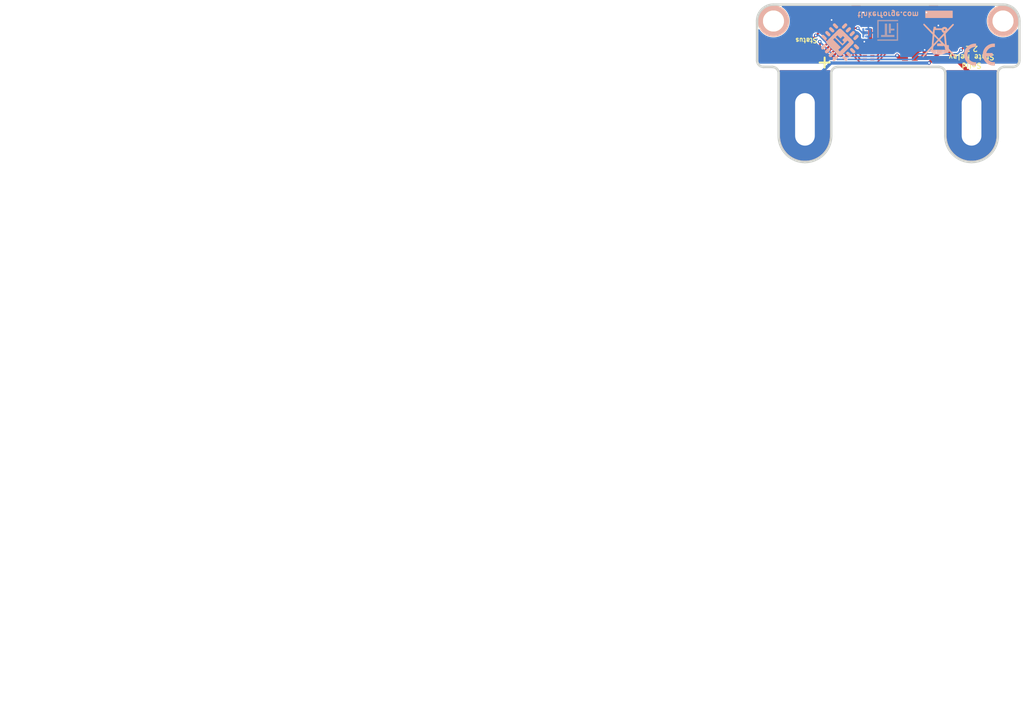
<source format=kicad_pcb>
(kicad_pcb (version 20240108) (generator "pcbnew") (generator_version "8.0")
  (title_block (title "Solid State Relay Bricklet") (date "2025-05-20") (rev "2.2") (company "Tinkerforge GmbH") (comment 1 "Licensed under CERN OHL v.1.1") (comment 2 "Copyright (©) 2025, T.Schneidermann <tim@tinkerforge.com>"))
  (layers (0 "F.Cu" mixed "Vorderseite") (31 "B.Cu" signal "Rückseite") (34 "B.Paste" user) (35 "F.Paste" user) (36 "B.SilkS" user "B.Silkscreen") (37 "F.SilkS" user "F.Silkscreen") (38 "B.Mask" user) (39 "F.Mask" user) (44 "Edge.Cuts" user))
  (net 0 "")
  (net 1 "+5V")
  (net 2 "GND")
  (net 3 "VCC")
  (net 4 "Net-(P1-Pad4)")
  (net 5 "Net-(P1-Pad5)")
  (net 6 "Net-(P1-Pad6)")
  (net 7 "Net-(C1-Pad1)")
  (net 8 "Net-(D1-Pad2)")
  (net 9 "Net-(P5-Pad2)")
  (net 10 "SSR")
  (net 11 "Net-(R3-Pad1)")
  (net 12 "S-MISO")
  (net 13 "S-MOSI")
  (net 14 "S-CLK")
  (net 15 "S-CS")
  (net 31 "Net-(Q1-PadD)")
  (footprint "kicad-libraries:Fiducial_Mark" (layer "F.Cu") (at 135.3 94.6 -90)
    (property "Reference" "Fiducial_Mark" (hide yes))
    (property "Value" "VAL**" (hide yes))
    (pad "1" smd circle (at 0 0 270) (size 1.00076 1.00076) (layers "F.Cu" "F.Paste" "F.Mask") (clearance 0.65024))
  )
  (footprint "kicad-libraries:C0805" (layer "F.Cu") (at 154 94.2)
    (property "Reference" "C2")
    (property "Value" "10uF")
    (pad "1" smd rect (at -1.00076 0) (size 1.00076 1.24968) (layers "F.Cu" "F.Paste" "F.Mask") (net 3 "VCC") (clearance 0.14986))
    (pad "2" smd rect (at 1.00076 0) (size 1.00076 1.24968) (layers "F.Cu" "F.Paste" "F.Mask") (net 2 "GND") (clearance 0.14986))
  )
  (footprint "kicad-libraries:C0603F" (layer "F.Cu") (at 153.8 95.7)
    (property "Reference" "C3")
    (property "Value" "1uF")
    (pad "1" smd rect (at -0.75 0) (size 0.9 0.9) (layers "F.Cu" "F.Paste" "F.Mask") (net 3 "VCC"))
    (pad "2" smd rect (at 0.75 0) (size 0.9 0.9) (layers "F.Cu" "F.Paste" "F.Mask") (net 2 "GND"))
  )
  (footprint "kicad-libraries:C0603F" (layer "F.Cu") (at 140.8 91 45)
    (property "Reference" "C4")
    (property "Value" "100nF")
    (pad "1" smd rect (at -0.75 0 45) (size 0.9 0.9) (layers "F.Cu" "F.Paste" "F.Mask") (net 3 "VCC"))
    (pad "2" smd rect (at 0.75 0 45) (size 0.9 0.9) (layers "F.Cu" "F.Paste" "F.Mask") (net 2 "GND"))
  )
  (footprint "kicad-libraries:CON-SENSOR2" (layer "F.Cu") (at 151.5 87.6 180)
    (property "Reference" "P1")
    (property "Value" "CON-SENSOR2")
    (pad "1" smd rect (at -3.75 -4.6 180) (size 0.6 1.8) (layers "F.Cu" "F.Paste" "F.Mask") (net 1 "+5V"))
    (pad "2" smd rect (at -2.5 -4.6 180) (size 0.6 1.8) (layers "F.Cu" "F.Paste" "F.Mask") (net 2 "GND"))
    (pad "3" smd rect (at -1.25 -4.6 180) (size 0.6 1.8) (layers "F.Cu" "F.Paste" "F.Mask") (net 3 "VCC"))
    (pad "4" smd rect (at 0 -4.6 180) (size 0.6 1.8) (layers "F.Cu" "F.Paste" "F.Mask") (net 4 "Net-(P1-Pad4)"))
    (pad "5" smd rect (at 1.25 -4.6 180) (size 0.6 1.8) (layers "F.Cu" "F.Paste" "F.Mask") (net 5 "Net-(P1-Pad5)"))
    (pad "6" smd rect (at 2.5 -4.6 180) (size 0.6 1.8) (layers "F.Cu" "F.Paste" "F.Mask") (net 6 "Net-(P1-Pad6)"))
    (pad "7" smd rect (at 3.75 -4.6 180) (size 0.6 1.8) (layers "F.Cu" "F.Paste" "F.Mask") (net 7 "Net-(C1-Pad1)"))
    (pad "EP" smd rect (at -5.9 -1.2 180) (size 1.4 2.4) (layers "F.Cu" "F.Paste" "F.Mask") (net 2 "GND"))
    (pad "EP" smd rect (at 5.9 -1.2 180) (size 1.4 2.4) (layers "F.Cu" "F.Paste" "F.Mask") (net 2 "GND"))
  )
  (footprint "kicad-libraries:Drill" (layer "F.Cu") (at 163.2 105.1)
    (property "Reference" "P3" (hide yes))
    (property "Value" "TST" (hide yes))
    (pad "1" thru_hole oval (at 0 0) (size 4.7 9.7) (drill oval 3 8) (layers "*.Cu" "*.Mask" "In1.Cu" "In2.Cu" "In3.Cu" "In4.Cu" "In5.Cu" "In6.Cu" "In7.Cu" "In8.Cu" "In9.Cu" "In10.Cu" "In11.Cu" "In12.Cu" "In13.Cu" "In14.Cu" "In15.Cu" "In16.Cu" "In17.Cu" "In18.Cu" "In19.Cu" "In20.Cu" "In21.Cu" "In22.Cu" "In23.Cu" "In24.Cu" "In25.Cu" "In26.Cu" "In27.Cu" "In28.Cu" "In29.Cu" "In30.Cu") (net 31 "Net-(Q1-PadD)"))
  )
  (footprint "kicad-libraries:Drill" (layer "F.Cu") (at 137.8 105.1)
    (property "Reference" "P2" (hide yes))
    (property "Value" "TST" (hide yes))
    (pad "1" thru_hole oval (at 0 0) (size 4.7 9.7) (drill oval 3 8) (layers "*.Cu" "*.Mask" "In1.Cu" "In2.Cu" "In3.Cu" "In4.Cu" "In5.Cu" "In6.Cu" "In7.Cu" "In8.Cu" "In9.Cu" "In10.Cu" "In11.Cu" "In12.Cu" "In13.Cu" "In14.Cu" "In15.Cu" "In16.Cu" "In17.Cu" "In18.Cu" "In19.Cu" "In20.Cu" "In21.Cu" "In22.Cu" "In23.Cu" "In24.Cu" "In25.Cu" "In26.Cu" "In27.Cu" "In28.Cu" "In29.Cu" "In30.Cu") (net 1 "+5V"))
  )
  (footprint "kicad-libraries:SOT23GDS" (layer "F.Cu") (at 159.9 91.8)
    (property "Reference" "Q1")
    (property "Value" "2N7002P")
    (pad "D" smd rect (at 0 1.016) (size 0.9144 0.9144) (layers "F.Cu" "F.Paste" "F.Mask") (net 31 "Net-(Q1-PadD)"))
    (pad "G" smd rect (at 0.889 -1.016) (size 0.9144 0.9144) (layers "F.Cu" "F.Paste" "F.Mask") (net 10 "SSR"))
    (pad "S" smd rect (at -0.889 -1.016) (size 0.9144 0.9144) (layers "F.Cu" "F.Paste" "F.Mask") (net 2 "GND"))
  )
  (footprint "kicad-libraries:R0603F" (layer "F.Cu") (at 138 95.7 180)
    (property "Reference" "R3")
    (property "Value" "1k")
    (pad "1" smd rect (at -0.75 0 180) (size 0.9 0.9) (layers "F.Cu" "F.Paste" "F.Mask") (net 11 "Net-(R3-Pad1)"))
    (pad "2" smd rect (at 0.75 0 180) (size 0.9 0.9) (layers "F.Cu" "F.Paste" "F.Mask") (net 8 "Net-(D1-Pad2)"))
  )
  (footprint "kicad-libraries:4X0402" (layer "F.Cu") (at 147.5 95.7 90)
    (property "Reference" "RP1")
    (property "Value" "82")
    (pad "1" smd rect (at -0.7493 0.575 270) (size 0.29972 0.65) (layers "F.Cu" "F.Paste" "F.Mask") (net 4 "Net-(P1-Pad4)"))
    (pad "2" smd rect (at -0.24892 0.575 270) (size 0.29972 0.65) (layers "F.Cu" "F.Paste" "F.Mask") (net 5 "Net-(P1-Pad5)"))
    (pad "3" smd rect (at 0.24892 0.575 270) (size 0.29972 0.65) (layers "F.Cu" "F.Paste" "F.Mask") (net 6 "Net-(P1-Pad6)"))
    (pad "4" smd rect (at 0.7493 0.575 270) (size 0.29972 0.65) (layers "F.Cu" "F.Paste" "F.Mask") (net 7 "Net-(C1-Pad1)"))
    (pad "5" smd rect (at 0.7493 -0.575 90) (size 0.29972 0.65) (layers "F.Cu" "F.Paste" "F.Mask") (net 12 "S-MISO"))
    (pad "6" smd rect (at 0.24892 -0.575 90) (size 0.29972 0.65) (layers "F.Cu" "F.Paste" "F.Mask") (net 13 "S-MOSI"))
    (pad "7" smd rect (at -0.24892 -0.575 90) (size 0.29972 0.65) (layers "F.Cu" "F.Paste" "F.Mask") (net 14 "S-CLK"))
    (pad "8" smd rect (at -0.7493 -0.575 90) (size 0.29972 0.65) (layers "F.Cu" "F.Paste" "F.Mask") (net 15 "S-CS"))
  )
  (footprint "kicad-libraries:QFN24-4x4mm-0.5mm" (layer "F.Cu") (at 143.2 93.3 -135)
    (property "Reference" "U1")
    (property "Value" "XMC110024")
    (pad "1" smd oval (at -2.025 -1.25 225) (size 1 0.3) (layers "F.Cu" "F.Paste" "F.Mask") (net 12 "S-MISO"))
    (pad "2" smd oval (at -2.025 -0.75 225) (size 1 0.3) (layers "F.Cu" "F.Paste" "F.Mask"))
    (pad "3" smd oval (at -2.025 -0.25 225) (size 1 0.3) (layers "F.Cu" "F.Paste" "F.Mask"))
    (pad "4" smd oval (at -2.025 0.25 225) (size 1 0.3) (layers "F.Cu" "F.Paste" "F.Mask") (net 9 "Net-(P5-Pad2)"))
    (pad "5" smd oval (at -2.025 0.75 225) (size 1 0.3) (layers "F.Cu" "F.Paste" "F.Mask"))
    (pad "6" smd oval (at -2.025 1.25 225) (size 1 0.3) (layers "F.Cu" "F.Paste" "F.Mask"))
    (pad "7" smd oval (at -1.25 2.025 315) (size 1 0.3) (layers "F.Cu" "F.Paste" "F.Mask"))
    (pad "8" smd oval (at -0.75 2.025 315) (size 1 0.3) (layers "F.Cu" "F.Paste" "F.Mask"))
    (pad "9" smd oval (at -0.25 2.025 315) (size 1 0.3) (layers "F.Cu" "F.Paste" "F.Mask") (net 2 "GND"))
    (pad "10" smd oval (at 0.25 2.025 315) (size 1 0.3) (layers "F.Cu" "F.Paste" "F.Mask") (net 3 "VCC"))
    (pad "11" smd oval (at 0.75 2.025 315) (size 1 0.3) (layers "F.Cu" "F.Paste" "F.Mask"))
    (pad "12" smd oval (at 1.25 2.025 315) (size 1 0.3) (layers "F.Cu" "F.Paste" "F.Mask"))
    (pad "13" smd oval (at 2.025 1.25 225) (size 1 0.3) (layers "F.Cu" "F.Paste" "F.Mask") (net 10 "SSR"))
    (pad "14" smd oval (at 2.025 0.75 225) (size 1 0.3) (layers "F.Cu" "F.Paste" "F.Mask"))
    (pad "15" smd oval (at 2.025 0.25 225) (size 1 0.3) (layers "F.Cu" "F.Paste" "F.Mask") (net 11 "Net-(R3-Pad1)"))
    (pad "16" smd oval (at 2.025 -0.25 225) (size 1 0.3) (layers "F.Cu" "F.Paste" "F.Mask"))
    (pad "17" smd oval (at 2.025 -0.75 225) (size 1 0.3) (layers "F.Cu" "F.Paste" "F.Mask"))
    (pad "18" smd oval (at 2.025 -1.25 225) (size 1 0.3) (layers "F.Cu" "F.Paste" "F.Mask"))
    (pad "19" smd oval (at 1.25 -2.025 315) (size 1 0.3) (layers "F.Cu" "F.Paste" "F.Mask"))
    (pad "20" smd oval (at 0.75 -2.025 315) (size 1 0.3) (layers "F.Cu" "F.Paste" "F.Mask"))
    (pad "21" smd oval (at 0.25 -2.025 315) (size 1 0.3) (layers "F.Cu" "F.Paste" "F.Mask"))
    (pad "22" smd oval (at -0.25 -2.025 315) (size 1 0.3) (layers "F.Cu" "F.Paste" "F.Mask") (net 15 "S-CS"))
    (pad "23" smd oval (at -0.75 -2.025 315) (size 1 0.3) (layers "F.Cu" "F.Paste" "F.Mask") (net 14 "S-CLK"))
    (pad "24" smd oval (at -1.25 -2.025 315) (size 1 0.3) (layers "F.Cu" "F.Paste" "F.Mask") (net 13 "S-MOSI"))
    (pad "EXP" smd rect (at -0.65 -0.65 225) (size 1.3 1.3) (layers "F.Cu" "F.Paste" "F.Mask") (net 2 "GND"))
    (pad "EXP" smd rect (at -0.65 0.65 225) (size 1.3 1.3) (layers "F.Cu" "F.Paste" "F.Mask") (net 2 "GND"))
    (pad "EXP" smd rect (at 0.65 -0.65 225) (size 1.3 1.3) (layers "F.Cu" "F.Paste" "F.Mask") (net 2 "GND"))
    (pad "EXP" smd rect (at 0.65 0.65 225) (size 1.3 1.3) (layers "F.Cu" "F.Paste" "F.Mask") (net 2 "GND"))
  )
  (footprint "kicad-libraries:DRILL_NP" (layer "F.Cu") (at 168 90.1 -90)
    (property "Reference" "U2" (hide yes))
    (property "Value" "DRILL" (hide yes))
    (pad "" np_thru_hole circle (at 0 0 270) (size 3.2 3.2) (drill 3.2) (layers "*.Cu" "*.Mask") (clearance 0.89))
  )
  (footprint "kicad-libraries:DRILL_NP" (layer "F.Cu") (at 133 90.1 -90)
    (property "Reference" "U3" (hide yes))
    (property "Value" "DRILL" (hide yes))
    (pad "" np_thru_hole circle (at 0 0 270) (size 3.2 3.2) (drill 3.2) (layers "*.Cu" "*.Mask") (clearance 0.89))
  )
  (footprint "kicad-libraries:R0603F" (layer "F.Cu") (at 159.9 89 180)
    (property "Reference" "R1")
    (property "Value" "10k")
    (pad "1" smd rect (at -0.75 0 180) (size 0.9 0.9) (layers "F.Cu" "F.Paste" "F.Mask") (net 10 "SSR"))
    (pad "2" smd rect (at 0.75 0 180) (size 0.9 0.9) (layers "F.Cu" "F.Paste" "F.Mask") (net 2 "GND"))
  )
  (footprint "kicad-libraries:R0603F" (layer "F.Cu") (at 159.1 94.1)
    (property "Reference" "R2")
    (property "Value" "1k")
    (pad "1" smd rect (at -0.75 0) (size 0.9 0.9) (layers "F.Cu" "F.Paste" "F.Mask") (net 1 "+5V"))
    (pad "2" smd rect (at 0.75 0) (size 0.9 0.9) (layers "F.Cu" "F.Paste" "F.Mask") (net 31 "Net-(Q1-PadD)"))
  )
  (footprint "kicad-libraries:C0402F" (layer "F.Cu") (at 147.5 94 180)
    (property "Reference" "C1")
    (property "Value" "220pF")
    (pad "1" smd rect (at -0.5 0 180) (size 0.6 0.7) (layers "F.Cu" "F.Paste" "F.Mask") (net 7 "Net-(C1-Pad1)"))
    (pad "2" smd rect (at 0.5 0 180) (size 0.6 0.7) (layers "F.Cu" "F.Paste" "F.Mask") (net 2 "GND"))
  )
  (footprint "kicad-libraries:D0603F" (layer "F.Cu") (at 138 94.4 180)
    (property "Reference" "D1")
    (property "Value" "blue")
    (pad "1" smd rect (at -0.75 0 180) (size 0.9 0.9) (layers "F.Cu" "F.Paste" "F.Mask") (net 3 "VCC"))
    (pad "2" smd rect (at 0.75 0 180) (size 0.9 0.9) (layers "F.Cu" "F.Paste" "F.Mask") (net 8 "Net-(D1-Pad2)"))
  )
  (footprint "Logo_31x31m" (layer "B.Cu") (at 152 93.1 180)
    (property "Reference" "G***" (hide yes))
    (property "Value" "LOGO" (hide yes))
  )
  (footprint "kicad-libraries:WEEE_7mm" (layer "B.Cu") (at 158.25 92.1)
    (property "Reference" "VAL" (hide yes))
    (property "Value" "WEEE_7mm" (hide yes))
  )
  (footprint "kicad-libraries:SolderJumper" (layer "B.Cu") (at 147.25 91.9 180)
    (property "Reference" "P5")
    (property "Value" "BOOT")
    (pad "1" smd rect (at -0.5 0 180) (size 0.4 1.4) (layers "B.Cu" "B.Mask") (net 2 "GND"))
    (pad "1" smd rect (at -0.225 -0.55 180) (size 0.95 0.3) (layers "B.Cu" "B.Mask") (net 2 "GND"))
    (pad "1" smd rect (at -0.225 0.55 180) (size 0.95 0.3) (layers "B.Cu" "B.Mask") (net 2 "GND"))
    (pad "2" smd rect (at 0.15 0 180) (size 0.6 0.5) (layers "B.Cu" "B.Mask") (net 9 "Net-(P5-Pad2)"))
    (pad "2" smd rect (at 0.55 0 180) (size 0.3 1.4) (layers "B.Cu" "B.Mask") (net 9 "Net-(P5-Pad2)"))
  )
  (footprint "kicad-libraries:Logo_CoMCU" (layer "B.Cu") (at 143.15 93.35 45)
    (property "Reference" "G***" (hide yes))
    (property "Value" "LOGO" (hide yes))
  )
  (footprint "kicad-libraries:CE_5mm" (layer "B.Cu") (at 164.45 95.225)
    (property "Reference" "VAL" (hide yes))
    (property "Value" "CE_5mm" (hide yes))
  )
  (gr_line (start 168.2 97.1) (end 169.5 97.1) (stroke (width 0.381)) (layer "Edge.Cuts"))
  (gr_arc (start 168 87.6) (mid 169.767767 88.332233) (end 170.5 90.1) (stroke (width 0.381)) (layer "Edge.Cuts"))
  (gr_arc (start 167.2 98.1) (mid 167.492893 97.392893) (end 168.2 97.1) (stroke (width 0.381)) (layer "Edge.Cuts"))
  (gr_arc (start 141.8 107.6) (mid 140.628427 110.428427) (end 137.8 111.6) (stroke (width 0.381)) (layer "Edge.Cuts"))
  (gr_line (start 133.8 107.6) (end 133.8 98.1) (stroke (width 0.381)) (layer "Edge.Cuts"))
  (gr_arc (start 132.8 97.1) (mid 133.507107 97.392893) (end 133.8 98.1) (stroke (width 0.381)) (layer "Edge.Cuts"))
  (gr_arc (start 170.5 96.1) (mid 170.207107 96.807107) (end 169.5 97.1) (stroke (width 0.381)) (layer "Edge.Cuts"))
  (gr_arc (start 158.2 97.1) (mid 158.907107 97.392893) (end 159.2 98.1) (stroke (width 0.381)) (layer "Edge.Cuts"))
  (gr_line (start 131.5 97.1) (end 132.8 97.1) (stroke (width 0.381)) (layer "Edge.Cuts"))
  (gr_line (start 133 87.6) (end 168 87.6) (stroke (width 0.381)) (layer "Edge.Cuts"))
  (gr_line (start 158.2 97.1) (end 142.8 97.1) (stroke (width 0.381)) (layer "Edge.Cuts"))
  (gr_arc (start 137.8 111.6) (mid 134.971573 110.428427) (end 133.8 107.6) (stroke (width 0.381)) (layer "Edge.Cuts"))
  (gr_line (start 170.5 96.1) (end 170.5 90.1) (stroke (width 0.381)) (layer "Edge.Cuts"))
  (gr_arc (start 167.2 107.6) (mid 166.028427 110.428427) (end 163.2 111.6) (stroke (width 0.381)) (layer "Edge.Cuts"))
  (gr_line (start 130.5 96.1) (end 130.5 90.1) (stroke (width 0.381)) (layer "Edge.Cuts"))
  (gr_line (start 141.8 107.6) (end 141.8 98.1) (stroke (width 0.381)) (layer "Edge.Cuts"))
  (gr_arc (start 163.2 111.6) (mid 160.371573 110.428427) (end 159.2 107.6) (stroke (width 0.381)) (layer "Edge.Cuts"))
  (gr_arc (start 141.8 98.1) (mid 142.092893 97.392893) (end 142.8 97.1) (stroke (width 0.381)) (layer "Edge.Cuts"))
  (gr_arc (start 131.5 97.1) (mid 130.792893 96.807107) (end 130.5 96.1) (stroke (width 0.381)) (layer "Edge.Cuts"))
  (gr_line (start 159.2 107.6) (end 159.2 98.1) (stroke (width 0.381)) (layer "Edge.Cuts"))
  (gr_arc (start 130.5 90.1) (mid 131.232233 88.332233) (end 133 87.6) (stroke (width 0.381)) (layer "Edge.Cuts"))
  (gr_line (start 167.2 107.6) (end 167.2 98.1) (stroke (width 0.381)) (layer "Edge.Cuts"))
  (gr_text "tinkerforge.com" (at 150.5 89.1 180) (layer "B.SilkS") (effects (font (size 0.8 0.8)) (justify mirror)))
  (gr_text "Solid\nState Relay\n2.2" (at 163.2 95.6 180) (layer "F.SilkS") (effects (font (size 0.8 0.8))))
  (gr_text "+" (at 140.95 96.43 270) (layer "F.SilkS") (effects (font (size 2 2) (thickness 0.3))))
  (gr_text "Status" (at 138 93.05 180) (layer "F.SilkS") (effects (font (size 0.7 0.7))))
  (segment (start 155.8 92.2) (end 157.7 94.1) (width 0.29972) (layer "F.Cu") (net 1))
  (segment (start 157.7 94.1) (end 158.35 94.1) (width 0.29972) (layer "F.Cu") (net 1))
  (segment (start 158.35 94.87) (end 156.72 96.5) (width 0.5) (layer "F.Cu") (net 1))
  (segment (start 155.25 92.2) (end 155.8 92.2) (width 0.29972) (layer "F.Cu") (net 1))
  (segment (start 158.35 94.1) (end 158.35 94.87) (width 0.5) (layer "F.Cu") (net 1))
  (via (at 156.72 96.5) (size 0.55) (drill 0.25) (layers "F.Cu" "B.Cu") (net 1))
  (segment (start 137.8 100.46) (end 137.8 102.6) (width 0.5) (layer "B.Cu") (net 1))
  (segment (start 156.72 96.5) (end 141.76 96.5) (width 0.5) (layer "B.Cu") (net 1))
  (segment (start 141.76 96.5) (end 137.8 100.46) (width 0.5) (layer "B.Cu") (net 1))
  (segment (start 141.941332 91.691332) (end 141.33033 91.08033) (width 0.2) (layer "F.Cu") (net 2))
  (segment (start 141.33033 91.08033) (end 141.33033 90.46967) (width 0.2) (layer "F.Cu") (net 2))
  (segment (start 157.6 89) (end 157.4 88.8) (width 0.55) (layer "F.Cu") (net 2))
  (segment (start 158.144 90.784) (end 158.14 90.78) (width 0.55) (layer "F.Cu") (net 2))
  (segment (start 154 93.19924) (end 155.00076 94.2) (width 0.59944) (layer "F.Cu") (net 2))
  (segment (start 155.00076 94.70924) (end 154.55 95.16) (width 0.59944) (layer "F.Cu") (net 2))
  (segment (start 154.55 95.16) (end 154.55 95.7) (width 0.59944) (layer "F.Cu") (net 2))
  (segment (start 144.119239 93.3) (end 143.2 92.380761) (width 0.2) (layer "F.Cu") (net 2))
  (segment (start 143.2 92.380761) (end 142.280761 93.3) (width 0.2) (layer "F.Cu") (net 2))
  (segment (start 142.280761 93.3) (end 143.2 94.219239) (width 0.2) (layer "F.Cu") (net 2))
  (segment (start 142.634314 92.380761) (end 141.944885 91.691332) (width 0.2) (layer "F.Cu") (net 2))
  (segment (start 155.6 95.7) (end 156.05 95.25) (width 0.59944) (layer "F.Cu") (net 2))
  (segment (start 156.05 95.25) (end 156.05 94.5) (width 0.59944) (layer "F.Cu") (net 2))
  (segment (start 154 92.2) (end 154 93.19924) (width 0.59944) (layer "F.Cu") (net 2))
  (segment (start 141.33033 90.46967) (end 141.86 89.94) (width 0.55) (layer "F.Cu") (net 2))
  (segment (start 159.011 90.784) (end 158.144 90.784) (width 0.55) (layer "F.Cu") (net 2))
  (segment (start 141.944885 91.691332) (end 141.941332 91.691332) (width 0.2) (layer "F.Cu") (net 2))
  (segment (start 143.2 92.380761) (end 142.634314 92.380761) (width 0.2) (layer "F.Cu") (net 2))
  (segment (start 157.4 88.8) (end 156.325 88.8) (width 0.55) (layer "F.Cu") (net 2))
  (segment (start 146.85 94) (end 146.85 93.25) (width 0.55) (layer "F.Cu") (net 2))
  (segment (start 159.15 89) (end 157.6 89) (width 0.55) (layer "F.Cu") (net 2))
  (segment (start 145.6 88.8) (end 146.675 88.8) (width 0.55) (layer "F.Cu") (net 2))
  (segment (start 154.55 95.7) (end 155.6 95.7) (width 0.59944) (layer "F.Cu") (net 2))
  (segment (start 155.00076 94.2) (end 155.00076 94.70924) (width 0.29972) (layer "F.Cu") (net 2))
  (segment (start 143.2 94.219239) (end 144.119239 93.3) (width 0.2) (layer "F.Cu") (net 2))
  (via (at 158.14 90.78) (size 0.55) (drill 0.25) (layers "F.Cu" "B.Cu") (net 2))
  (via (at 146.675 88.8) (size 0.55) (drill 0.25) (layers "F.Cu" "B.Cu") (net 2))
  (via (at 146.85 93.25) (size 0.55) (drill 0.25) (layers "F.Cu" "B.Cu") (net 2))
  (via (at 156.325 88.8) (size 0.55) (drill 0.25) (layers "F.Cu" "B.Cu") (net 2))
  (via (at 156.05 94.5) (size 0.55) (drill 0.25) (layers "F.Cu" "B.Cu") (net 2))
  (via (at 141.86 89.94) (size 0.55) (drill 0.25) (layers "F.Cu" "B.Cu") (net 2))
  (segment (start 147.475 91.35) (end 147.475 90.875) (width 0.25) (layer "B.Cu") (net 2))
  (segment (start 147.475 92.45) (end 147.475 92.975) (width 0.25) (layer "B.Cu") (net 2))
  (segment (start 147.75 91.9) (end 148.375 91.9) (width 0.25) (layer "B.Cu") (net 2))
  (segment (start 141.591332 92.041332) (end 141.08033 91.53033) (width 0.2) (layer "F.Cu") (net 3))
  (segment (start 141.08033 91.53033) (end 140.26967 91.53033) (width 0.2) (layer "F.Cu") (net 3))
  (segment (start 153.05 94.25076) (end 152.99924 94.2) (width 0.29972) (layer "F.Cu") (net 3))
  (segment (start 152.99924 93.54924) (end 152.75 93.3) (width 0.59944) (layer "F.Cu") (net 3))
  (segment (start 152.75 93.3) (end 152.75 92.2) (width 0.59944) (layer "F.Cu") (net 3))
  (segment (start 139.45 92.35) (end 140.26967 91.53033) (width 0.25) (layer "F.Cu") (net 3))
  (segment (start 152.2 95.7) (end 151.85 95.35) (width 0.59944) (layer "F.Cu") (net 3))
  (segment (start 139.45 92.3) (end 139.475 92.325) (width 0.25) (layer "F.Cu") (net 3))
  (segment (start 139.475 92.325) (end 139.45 92.35) (width 0.25) (layer "F.Cu") (net 3))
  (segment (start 138.75 94.4) (end 138.75 93) (width 0.2) (layer "F.Cu") (net 3))
  (segment (start 153.05 95.7) (end 152.2 95.7) (width 0.59944) (layer "F.Cu") (net 3))
  (segment (start 141.591332 92.044885) (end 141.591332 92.041332) (width 0.2) (layer "F.Cu") (net 3))
  (segment (start 153.05 95.7) (end 153.05 94.25076) (width 0.59944) (layer "F.Cu") (net 3))
  (segment (start 138.75 93) (end 139.45 92.3) (width 0.2) (layer "F.Cu") (net 3))
  (segment (start 152.99924 94.2) (end 152.99924 93.54924) (width 0.59944) (layer "F.Cu") (net 3))
  (via (at 139.45 92.3) (size 0.55) (drill 0.25) (layers "F.Cu" "B.Cu") (net 3))
  (via (at 151.85 95.35) (size 0.55) (drill 0.25) (layers "F.Cu" "B.Cu") (net 3))
  (segment (start 151.85 95.35) (end 151.7 95.5) (width 0.25) (layer "B.Cu") (net 3))
  (segment (start 151.7 95.5) (end 143.15 95.5) (width 0.25) (layer "B.Cu") (net 3))
  (segment (start 143.15 95.5) (end 139.95 92.3) (width 0.25) (layer "B.Cu") (net 3))
  (segment (start 139.95 92.3) (end 139.45 92.3) (width 0.25) (layer "B.Cu") (net 3))
  (segment (start 151.5 93.7) (end 148.7507 96.4493) (width 0.2) (layer "F.Cu") (net 4))
  (segment (start 148.7507 96.4493) (end 148.075 96.4493) (width 0.2) (layer "F.Cu") (net 4))
  (segment (start 151.5 92.2) (end 151.5 93.7) (width 0.2) (layer "F.Cu") (net 4))
  (segment (start 150.25 94.45) (end 148.75108 95.94892) (width 0.2) (layer "F.Cu") (net 5))
  (segment (start 148.75108 95.94892) (end 148.075 95.94892) (width 0.2) (layer "F.Cu") (net 5))
  (segment (start 150.25 92) (end 150.25 94.45) (width 0.2) (layer "F.Cu") (net 5))
  (segment (start 149 94.6) (end 149 95.2) (width 0.2) (layer "F.Cu") (net 6))
  (segment (start 149 95.2) (end 148.74892 95.45108) (width 0.2) (layer "F.Cu") (net 6))
  (segment (start 148.74892 95.45108) (end 148.075 95.45108) (width 0.2) (layer "F.Cu") (net 6))
  (segment (start 149 92.2) (end 149 94.6) (width 0.2) (layer "F.Cu") (net 6))
  (segment (start 148.075 94.075) (end 148.15 94) (width 0.2) (layer "F.Cu") (net 7))
  (segment (start 148.15 93.65) (end 147.75 93.25) (width 0.2) (layer "F.Cu") (net 7))
  (segment (start 147.75 93.25) (end 147.75 92.2) (width 0.2) (layer "F.Cu") (net 7))
  (segment (start 148.075 94.9507) (end 148.075 94.075) (width 0.2) (layer "F.Cu") (net 7))
  (segment (start 148.15 94) (end 148.15 93.65) (width 0.2) (layer "F.Cu") (net 7))
  (segment (start 137.25 95.7) (end 137.25 94.4) (width 0.2) (layer "F.Cu") (net 8))
  (segment (start 144.458668 91.691332) (end 144.95 91.2) (width 0.25) (layer "F.Cu") (net 9))
  (segment (start 144.95 91.2) (end 145.85 91.2) (width 0.25) (layer "F.Cu") (net 9))
  (segment (start 144.455115 91.691332) (end 144.458668 91.691332) (width 0.25) (layer "F.Cu") (net 9))
  (via (at 145.85 91.2) (size 0.55) (drill 0.25) (layers "F.Cu" "B.Cu") (net 9))
  (segment (start 145.85 91.2) (end 146.55 91.9) (width 0.25) (layer "B.Cu") (net 9))
  (segment (start 146.55 91.9) (end 146.7 91.9) (width 0.25) (layer "B.Cu") (net 9))
  (segment (start 146.7 91.9) (end 147.1 91.9) (width 0.25) (layer "B.Cu") (net 9))
  (segment (start 140.05 93.25) (end 140.1 93.3) (width 0.25) (layer "F.Cu") (net 10))
  (segment (start 140.1 93.3) (end 140.1 94.1) (width 0.25) (layer "F.Cu") (net 10))
  (segment (start 140.1 94.1) (end 140.25 94.25) (width 0.25) (layer "F.Cu") (net 10))
  (segment (start 140.25 94.25) (end 140.482233 94.25) (width 0.25) (layer "F.Cu") (net 10))
  (segment (start 140.482233 94.25) (end 140.884225 93.848008) (width 0.25) (layer "F.Cu") (net 10))
  (segment (start 160.789 89.139) (end 160.65 89) (width 0.25) (layer "F.Cu") (net 10))
  (segment (start 161.484 90.784) (end 161.9 91.2) (width 0.25) (layer "F.Cu") (net 10))
  (segment (start 161.9 94.25) (end 161.6 94.55) (width 0.25) (layer "F.Cu") (net 10))
  (segment (start 160.789 90.784) (end 160.789 89.139) (width 0.25) (layer "F.Cu") (net 10))
  (segment (start 160.789 90.784) (end 161.484 90.784) (width 0.25) (layer "F.Cu") (net 10))
  (segment (start 161.9 91.2) (end 161.9 94.25) (width 0.25) (layer "F.Cu") (net 10))
  (via (at 161.6 94.55) (size 0.55) (drill 0.25) (layers "F.Cu" "B.Cu") (net 10))
  (via (at 140.05 93.25) (size 0.55) (drill 0.25) (layers "F.Cu" "B.Cu") (net 10))
  (segment (start 161.6 94.55) (end 161.05 95.1) (width 0.25) (layer "B.Cu") (net 10))
  (segment (start 161.05 95.1) (end 155.1 95.1) (width 0.25) (layer "B.Cu") (net 10))
  (segment (start 155.1 95.1) (end 154.25 95.95) (width 0.25) (layer "B.Cu") (net 10))
  (segment (start 154.25 95.95) (end 142.75 95.95) (width 0.25) (layer "B.Cu") (net 10))
  (segment (start 142.75 95.95) (end 140.05 93.25) (width 0.25) (layer "B.Cu") (net 10))
  (segment (start 141.591332 94.555115) (end 140.446447 95.7) (width 0.2) (layer "F.Cu") (net 11))
  (segment (start 140.446447 95.7) (end 138.75 95.7) (width 0.2) (layer "F.Cu") (net 11))
  (segment (start 146.2 93.436217) (end 146.2 94.7) (width 0.2) (layer "F.Cu") (net 12))
  (segment (start 146.2 94.7) (end 146.4507 94.9507) (width 0.2) (layer "F.Cu") (net 12))
  (segment (start 146.4507 94.9507) (end 146.925 94.9507) (width 0.2) (layer "F.Cu") (net 12))
  (segment (start 145.515775 92.751992) (end 146.2 93.436217) (width 0.2) (layer "F.Cu") (net 12))
  (segment (start 145.849998 94.182231) (end 145.849998 94.849998) (width 0.2) (layer "F.Cu") (net 13))
  (segment (start 145.849998 94.849998) (end 146.45108 95.45108) (width 0.2) (layer "F.Cu") (net 13))
  (segment (start 146.45108 95.45108) (end 146.925 95.45108) (width 0.2) (layer "F.Cu") (net 13))
  (segment (start 145.515775 93.848008) (end 145.849998 94.182231) (width 0.2) (layer "F.Cu") (net 13))
  (segment (start 145.475 94.51434) (end 145.475 95.15) (width 0.2) (layer "F.Cu") (net 14))
  (segment (start 145.475 95.15) (end 146.27392 95.94892) (width 0.2) (layer "F.Cu") (net 14))
  (segment (start 146.27392 95.94892) (end 146.925 95.94892) (width 0.2) (layer "F.Cu") (net 14))
  (segment (start 145.162221 94.201561) (end 145.475 94.51434) (width 0.2) (layer "F.Cu") (net 14))
  (segment (start 145.12 94.866447) (end 145.12 95.32) (width 0.2) (layer "F.Cu") (net 15))
  (segment (start 145.12 95.32) (end 146.2493 96.4493) (width 0.2) (layer "F.Cu") (net 15))
  (segment (start 146.2493 96.4493) (end 146.925 96.4493) (width 0.2) (layer "F.Cu") (net 15))
  (segment (start 144.808668 94.555115) (end 145.12 94.866447) (width 0.2) (layer "F.Cu") (net 15))
  (segment (start 159.9 94.05) (end 159.85 94.1) (width 0.29972) (layer "F.Cu") (net 31))
  (segment (start 159.85 94.95) (end 163.2 98.3) (width 0.59944) (layer "F.Cu") (net 31))
  (segment (start 163.2 98.3) (end 163.2 102.6) (width 0.59944) (layer "F.Cu") (net 31))
  (segment (start 159.9 92.816) (end 159.9 94.05) (width 0.59944) (layer "F.Cu") (net 31))
  (segment (start 159.85 94.1) (end 159.85 94.95) (width 0.59944) (layer "F.Cu") (net 31))
  (zone (net 1) (net_name "+5V") (layer "F.Cu") (connect_pads yes (clearance 0)) (min_thickness 0.2) (fill yes (thermal_gap 0.2) (thermal_bridge_width 0.3))
    (polygon (pts (xy 141.8 97.6) (xy 133.8 97.6) (xy 133.8 111.8) (xy 141.8 111.8)))
  )
  (zone (net 31) (net_name "Net-(Q1-PadD)") (layer "F.Cu") (connect_pads yes (clearance 0)) (min_thickness 0.2) (fill yes (thermal_gap 0.2) (thermal_bridge_width 0.3))
    (polygon (pts (xy 167.2 111.8) (xy 167.2 97.6) (xy 159.2 97.6) (xy 159.2 111.8)))
  )
  (zone (net 1) (net_name "+5V") (layer "B.Cu") (connect_pads yes (clearance 0)) (min_thickness 0.2) (fill yes (thermal_gap 0.2) (thermal_bridge_width 0.3))
    (polygon (pts (xy 141.8 111.8) (xy 141.8 97.6) (xy 133.8 97.6) (xy 133.8 111.8)))
  )
  (zone (net 31) (net_name "Net-(Q1-PadD)") (layer "B.Cu") (connect_pads yes (clearance 0)) (min_thickness 0.2) (fill yes (thermal_gap 0.2) (thermal_bridge_width 0.3))
    (polygon (pts (xy 159.2 97.6) (xy 159.2 111.8) (xy 167.2 111.8) (xy 167.2 97.6)))
  )
  (zone (net 2) (net_name "GND") (layer "B.Cu") (connect_pads no (clearance 0.2)) (min_thickness 0.2) (fill yes (thermal_gap 0.2) (thermal_bridge_width 0.3))
    (polygon (pts (xy 130.5 96.6) (xy 130.5 87.6) (xy 170.5 87.6) (xy 170.5 96.6)))
  )
)
</source>
